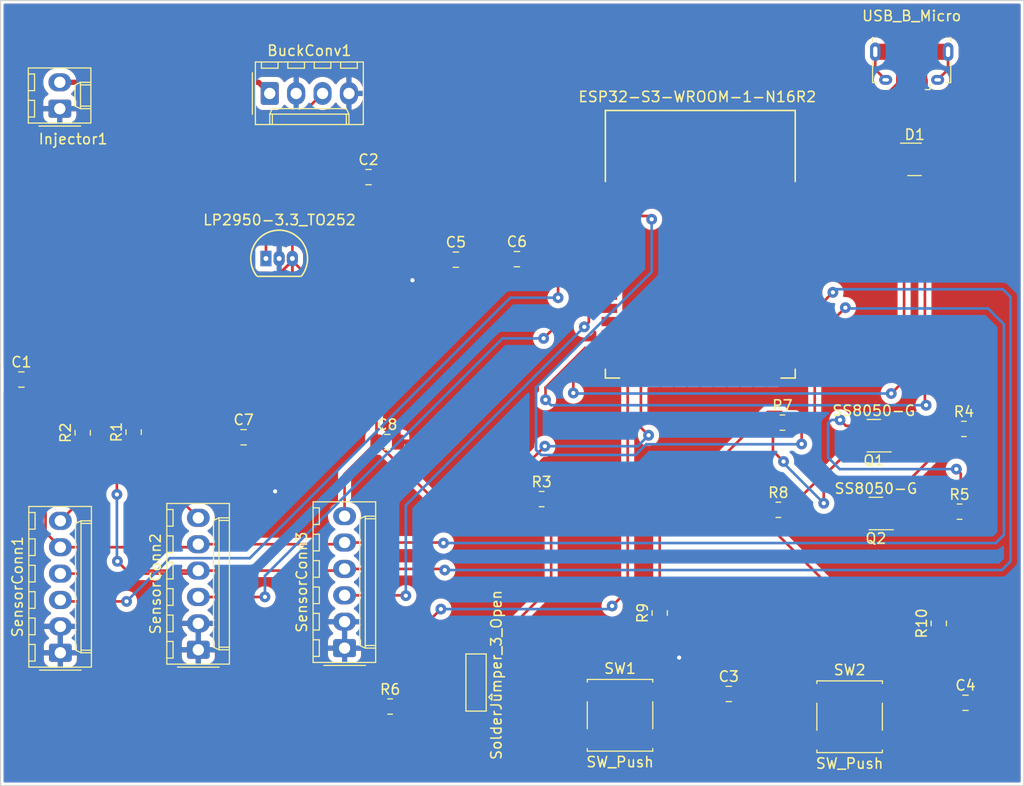
<source format=kicad_pcb>
(kicad_pcb (version 20221018) (generator pcbnew)
  (layers (0 "F.Cu" signal) (31 "B.Cu" signal) (34 "B.Paste" user) (35 "F.Paste" user) (36 "B.SilkS" user "B.Silkscreen") (37 "F.SilkS" user "F.Silkscreen") (38 "B.Mask" user) (39 "F.Mask" user) (44 "Edge.Cuts" user))
  (net 0 "")
  (net 1 "Net-(BuckConv1-Pin_1)")
  (net 2 "GND")
  (net 3 "Net-(BuckConv1-Pin_3)")
  (net 4 "/CHIP_PU")
  (net 5 "/GPIO0_STRAPPING")
  (net 6 "/D+")
  (net 7 "/D-")
  (net 8 "+5V")
  (net 10 "unconnected-(J1-Shield-Pad6)")
  (net 11 "Net-(JP1-C)")
  (net 12 "+3V3")
  (net 13 "Net-(Q1-B)")
  (net 14 "/RTS")
  (net 15 "Net-(Q1-C)")
  (net 16 "Net-(Q2-B)")
  (net 17 "/DTR")
  (net 18 "Net-(Q2-C)")
  (net 19 "/CAMERA_SCL")
  (net 20 "/CAMERA_SDA")
  (net 21 "/GPIO46_STRAPPING")
  (net 22 "/GPIO3_STRAPPING")
  (net 23 "/GPIO5")
  (net 24 "/GPIO6")
  (net 25 "/GPIO7")
  (net 26 "/VBAT_SENSE")
  (net 27 "/GPIO15")
  (net 28 "/GPIO16")
  (net 29 "/GPIO17")
  (net 30 "/GPIO18")
  (net 31 "/M1_FAULT")
  (net 32 "/M1_EN")
  (net 33 "/M1_PWM")
  (net 34 "/M1_DIR")
  (net 35 "/M2_FAULT")
  (net 36 "/M2_EN")
  (net 37 "/M2_PWM")
  (net 38 "/M2_DIR")
  (net 39 "/CAMERA_CS")
  (net 40 "/CAMERA_MOSI")
  (net 41 "/GPIO45_STRAPPING")
  (net 42 "/CAMERA_MISO")
  (net 43 "/CAMERA_SCK")
  (net 44 "/MTCK")
  (net 45 "/MTDO")
  (net 46 "/MTDI")
  (net 47 "/MTMS")
  (net 48 "/RX")
  (net 49 "/TX")
  (net 50 "/I_M_1")
  (net 51 "/I_M_2")
  (footprint "Capacitor_SMD:C_0805_2012Metric_Pad1.18x1.45mm_HandSolder" (layer "F.Cu") (at 131.548272 87.283591)
    (fp_text reference "C1" (at 0 -1.68) (layer "F.SilkS"))
    (fp_text value "0.0000001")
    (pad "1" smd roundrect (at -1.0375 0) (size 1.175 1.45) (layers "F.Cu" "F.Paste" "F.Mask") (roundrect_rratio 0.2127659574) (net 12 "+3V3"))
    (pad "2" smd roundrect (at 1.0375 0) (size 1.175 1.45) (layers "F.Cu" "F.Paste" "F.Mask") (roundrect_rratio 0.2127659574) (net 2 "GND"))
  )
  (footprint "Resistor_SMD:R_0805_2012Metric" (layer "F.Cu") (at 181.59423 98.791144)
    (fp_text reference "R3" (at 0 -1.65) (layer "F.SilkS"))
    (fp_text value "1k")
    (pad "1" smd roundrect (at -0.9125 0) (size 1.025 1.4) (layers "F.Cu" "F.Paste" "F.Mask") (roundrect_rratio 0.243902439) (net 21 "/GPIO46_STRAPPING"))
    (pad "2" smd roundrect (at 0.9125 0) (size 1.025 1.4) (layers "F.Cu" "F.Paste" "F.Mask") (roundrect_rratio 0.243902439) (net 12 "+3V3"))
  )
  (footprint "Capacitor_SMD:C_0805_2012Metric_Pad1.18x1.45mm_HandSolder" (layer "F.Cu") (at 166.741718 93.299958)
    (fp_text reference "C8" (at 0 -1.68) (layer "F.SilkS"))
    (fp_text value "0.0000001")
    (pad "1" smd roundrect (at -1.0375 0) (size 1.175 1.45) (layers "F.Cu" "F.Paste" "F.Mask") (roundrect_rratio 0.2127659574) (net 12 "+3V3"))
    (pad "2" smd roundrect (at 1.0375 0) (size 1.175 1.45) (layers "F.Cu" "F.Paste" "F.Mask") (roundrect_rratio 0.2127659574) (net 2 "GND"))
  )
  (footprint "Connector_Molex:Molex_KK-254_AE-6410-06A_1x06_P2.54mm_Vertical" (layer "F.Cu") (at 162.635669 113.132694 90)
    (fp_text reference "SensorConn3" (at 6.35 -4.12 90) (layer "F.SilkS"))
    (fp_text value "Conn_01x06")
    (pad "1" thru_hole roundrect (at 0 0 90) (size 1.74 2.19) (drill 1.0922) (layers "*.Cu" "*.Mask") (roundrect_rratio 0.1436781609) (net 2 "GND"))
    (pad "2" thru_hole oval (at 2.54 0 90) (size 1.74 2.19) (drill 1.0922) (layers "*.Cu" "*.Mask") (net 2 "GND"))
    (pad "3" thru_hole oval (at 5.08 0 90) (size 1.74 2.19) (drill 1.0922) (layers "*.Cu" "*.Mask") (net 25 "/GPIO7"))
    (pad "4" thru_hole oval (at 7.62 0 90) (size 1.74 2.19) (drill 1.0922) (layers "*.Cu" "*.Mask") (net 19 "/CAMERA_SCL"))
    (pad "5" thru_hole oval (at 10.16 0 90) (size 1.74 2.19) (drill 1.0922) (layers "*.Cu" "*.Mask") (net 20 "/CAMERA_SDA"))
    (pad "6" thru_hole oval (at 12.7 0 90) (size 1.74 2.19) (drill 1.0922) (layers "*.Cu" "*.Mask") (net 12 "+3V3"))
  )
  (footprint "Jumper:SolderJumper-3_P2.0mm_Open_TrianglePad1.0x1.5mm" (layer "F.Cu") (at 175.307661 116.446908 90)
    (fp_text reference "JP1" hide)
    (fp_text value "SolderJumper_3_Open" (at 0.725 1.925 90) (layer "F.SilkS"))
    (pad "1" smd custom (at -2 0 90) (size 0.3 0.3) (layers "F.Cu" "F.Mask") (net 2 "GND") (options (clearance outline) (anchor rect)) (primitives (gr_poly (pts (xy 1 0) (xy 0.5 0.75) (xy -0.5 0.75) (xy -0.5 -0.75) (xy 0.5 -0.75)) (width 0) (fill yes))))
    (pad "2" smd custom (at 0 0 90) (size 0.3 0.3) (layers "F.Cu") (net 11 "Net-(JP1-C)") (options (clearance outline) (anchor rect)) (primitives (gr_poly (pts (xy 0.7 0) (xy 1.2 0.75) (xy -1.2 0.75) (xy -0.7 0) (xy -1.2 -0.75) (xy 1.2 -0.75)) (width 0) (fill yes))))
    (pad "3" smd custom (at 2 0 270) (size 0.3 0.3) (layers "F.Cu" "F.Mask") (net 12 "+3V3") (options (clearance outline) (anchor rect)) (primitives (gr_poly (pts (xy 1 0) (xy 0.5 0.75) (xy -0.5 0.75) (xy -0.5 -0.75) (xy 0.5 -0.75)) (width 0) (fill yes))))
  )
  (footprint "Resistor_SMD:R_0805_2012Metric" (layer "F.Cu") (at 204.362983 99.824586)
    (fp_text reference "R8" (at 0 -1.65) (layer "F.SilkS"))
    (fp_text value "10k")
    (pad "1" smd roundrect (at -0.9125 0) (size 1.025 1.4) (layers "F.Cu" "F.Paste" "F.Mask") (roundrect_rratio 0.243902439) (net 18 "Net-(Q2-C)"))
    (pad "2" smd roundrect (at 0.9125 0) (size 1.025 1.4) (layers "F.Cu" "F.Paste" "F.Mask") (roundrect_rratio 0.243902439) (net 5 "/GPIO0_STRAPPING"))
  )
  (footprint "Jason's esp32:ESP32-S3-WROOM-1_EXP" (layer "F.Cu") (at 196.853565 74.260685)
    (fp_text reference "U1" hide)
    (fp_text value "ESP32-S3-WROOM-1-N16R2" (at -0.2891 -14.188408 unlocked) (layer "F.SilkS"))
    (pad "1" smd rect (at -8.75 -5.26) (size 1.4986 0.889) (layers "F.Cu" "F.Paste" "F.Mask") (net 2 "GND"))
    (pad "2" smd rect (at -8.75 -3.99) (size 1.4986 0.889) (layers "F.Cu" "F.Paste" "F.Mask") (net 12 "+3V3"))
    (pad "3" smd rect (at -8.75 -2.72) (size 1.4986 0.889) (layers "F.Cu" "F.Paste" "F.Mask") (net 4 "/CHIP_PU"))
    (pad "4" smd rect (at -8.75 -1.45) (size 1.4986 0.889) (layers "F.Cu" "F.Paste" "F.Mask") (net 26 "/VBAT_SENSE"))
    (pad "5" smd rect (at -8.75 -0.18) (size 1.4986 0.889) (layers "F.Cu" "F.Paste" "F.Mask") (net 23 "/GPIO5"))
    (pad "6" smd rect (at -8.75 1.09) (size 1.4986 0.889) (layers "F.Cu" "F.Paste" "F.Mask") (net 24 "/GPIO6"))
    (pad "7" smd rect (at -8.75 2.36) (size 1.4986 0.889) (layers "F.Cu" "F.Paste" "F.Mask") (net 25 "/GPIO7"))
    (pad "8" smd rect (at -8.75 3.63) (size 1.4986 0.889) (layers "F.Cu" "F.Paste" "F.Mask") (net 27 "/GPIO15"))
    (pad "9" smd rect (at -8.75 4.9) (size 1.4986 0.889) (layers "F.Cu" "F.Paste" "F.Mask") (net 28 "/GPIO16"))
    (pad "10" smd rect (at -8.75 6.17) (size 1.4986 0.889) (layers "F.Cu" "F.Paste" "F.Mask") (net 29 "/GPIO17"))
    (pad "11" smd rect (at -8.75 7.44) (size 1.4986 0.889) (layers "F.Cu" "F.Paste" "F.Mask") (net 30 "/GPIO18"))
    (pad "12" smd rect (at -8.75 8.71) (size 1.4986 0.889) (layers "F.Cu" "F.Paste" "F.Mask") (net 31 "/M1_FAULT"))
    (pad "13" smd rect (at -8.75 9.98) (size 1.4986 0.889) (layers "F.Cu" "F.Paste" "F.Mask") (net 7 "/D-"))
    (pad "14" smd rect (at -8.75 11.25) (size 1.4986 0.889) (layers "F.Cu" "F.Paste" "F.Mask") (net 6 "/D+"))
    (pad "15" smd rect (at -6.985 12.5 90) (size 1.4986 0.889) (layers "F.Cu" "F.Paste" "F.Mask") (net 22 "/GPIO3_STRAPPING"))
    (pad "16" smd rect (at -5.715 12.5 90) (size 1.4986 0.889) (layers "F.Cu" "F.Paste" "F.Mask") (net 21 "/GPIO46_STRAPPING"))
    (pad "17" smd rect (at -4.445 12.5 90) (size 1.4986 0.889) (layers "F.Cu" "F.Paste" "F.Mask") (net 32 "/M1_EN"))
    (pad "18" smd rect (at -3.175 12.5 90) (size 1.4986 0.889) (layers "F.Cu" "F.Paste" "F.Mask") (net 33 "/M1_PWM"))
    (pad "19" smd rect (at -1.905 12.5 90) (size 1.4986 0.889) (layers "F.Cu" "F.Paste" "F.Mask") (net 34 "/M1_DIR"))
    (pad "20" smd rect (at -0.635 12.5 90) (size 1.4986 0.889) (layers "F.Cu" "F.Paste" "F.Mask") (net 35 "/M2_FAULT"))
    (pad "21" smd rect (at 0.635 12.5 90) (size 1.4986 0.889) (layers "F.Cu" "F.Paste" "F.Mask") (net 36 "/M2_EN"))
    (pad "22" smd rect (at 1.905 12.5 90) (size 1.4986 0.889) (layers "F.Cu" "F.Paste" "F.Mask") (net 37 "/M2_PWM"))
    (pad "23" smd rect (at 3.175 12.5 90) (size 1.4986 0.889) (layers "F.Cu" "F.Paste" "F.Mask") (net 38 "/M2_DIR"))
    (pad "24" smd rect (at 4.445 12.5 90) (size 1.4986 0.889) (layers "F.Cu" "F.Paste" "F.Mask") (net 39 "/CAMERA_CS"))
    (pad "25" smd rect (at 5.715 12.5 90) (size 1.4986 0.889) (layers "F.Cu" "F.Paste" "F.Mask") (net 40 "/CAMERA_MOSI"))
    (pad "26" smd rect (at 6.985 12.5 90) (size 1.4986 0.889) (layers "F.Cu" "F.Paste" "F.Mask") (net 41 "/GPIO45_STRAPPING"))
    (pad "27" smd rect (at 8.75 11.25) (size 1.4986 0.889) (layers "F.Cu" "F.Paste" "F.Mask") (net 5 "/GPIO0_STRAPPING"))
    (pad "28" smd rect (at 8.75 9.98) (size 1.4986 0.889) (layers "F.Cu" "F.Paste" "F.Mask") (net 42 "/CAMERA_MISO"))
    (pad "29" smd rect (at 8.75 8.71) (size 1.4986 0.889) (layers "F.Cu" "F.Paste" "F.Mask") (net 43 "/CAMERA_SCK"))
    (pad "30" smd rect (at 8.75 7.44) (size 1.4986 0.889) (layers "F.Cu" "F.Paste" "F.Mask") (net 20 "/CAMERA_SDA"))
    (pad "31" smd rect (at 8.75 6.17) (size 1.4986 0.889) (layers "F.Cu" "F.Paste" "F.Mask") (net 19 "/CAMERA_SCL"))
    (pad "32" smd rect (at 8.75 4.9) (size 1.4986 0.889) (layers "F.Cu" "F.Paste" "F.Mask") (net 44 "/MTCK"))
    (pad "33" smd rect (at 8.75 3.63) (size 1.4986 0.889) (layers "F.Cu" "F.Paste" "F.Mask") (net 45 "/MTDO"))
    (pad "34" smd rect (at 8.75 2.36) (size 1.4986 0.889) (layers "F.Cu" "F.Paste" "F.Mask") (net 46 "/MTDI"))
    (pad "35" smd rect (at 8.75 1.09) (size 1.4986 0.889) (layers "F.Cu" "F.Paste" "F.Mask") (net 47 "/MTMS"))
    (pad "36" smd rect (at 8.75 -0.18) (size 1.4986 0.889) (layers "F.Cu" "F.Paste" "F.Mask") (net 48 "/RX"))
    (pad "37" smd rect (at 8.75 -1.45) (size 1.4986 0.889) (layers "F.Cu" "F.Paste" "F.Mask") (net 49 "/TX"))
    (pad "38" smd rect (at 8.75 -2.72) (size 1.4986 0.889) (layers "F.Cu" "F.Paste" "F.Mask") (net 50 "/I_M_1"))
    (pad "39" smd rect (at 8.75 -3.99) (size 1.4986 0.889) (layers "F.Cu" "F.Paste" "F.Mask") (net 51 "/I_M_2"))
    (pad "40" smd rect (at 8.75 -5.26) (size 1.4986 0.889) (layers "F.Cu" "F.Paste" "F.Mask") (net 2 "GND"))
    (pad "41" smd rect (at -1.25 2.46) (size 0.889 0.889) (layers "F.Cu" "F.Paste" "F.Mask") (net 2 "GND"))
    (pad "42" smd rect (at -1.25 1.06) (size 0.889 0.889) (layers "F.Cu" "F.Paste" "F.Mask") (net 2 "GND"))
    (pad "43" smd rect (at -2.65 1.06) (size 0.889 0.889) (layers "F.Cu" "F.Paste" "F.Mask") (net 2 "GND"))
    (pad "44" smd rect (at -2.65 2.46) (size 0.889 0.889) (layers "F.Cu" "F.Paste" "F.Mask") (net 2 "GND"))
    (pad "45" smd rect (at -2.65 3.86) (size 0.889 0.889) (layers "F.Cu" "F.Paste" "F.Mask") (net 2 "GND"))
    (pad "46" smd rect (at -1.25 3.86) (size 0.889 0.889) (layers "F.Cu" "F.Paste" "F.Mask") (net 2 "GND"))
    (pad "47" smd rect (at 0.15 3.86) (size 0.889 0.889) (layers "F.Cu" "F.Paste" "F.Mask") (net 2 "GND"))
    (pad "48" smd rect (at 0.15 2.46) (size 0.889 0.889) (layers "F.Cu" "F.Paste" "F.Mask") (net 2 "GND"))
    (pad "49" smd rect (at 0.15 1.06) (size 0.889 0.889) (layers "F.Cu" "F.Paste" "F.Mask") (net 2 "GND"))
  )
  (footprint "Resistor_SMD:R_0805_2012Metric" (layer "F.Cu") (at 167.018548 118.756792)
    (fp_text reference "R6" (at 0 -1.65) (layer "F.SilkS"))
    (fp_text value "1k")
    (pad "1" smd roundrect (at -0.9125 0) (size 1.025 1.4) (layers "F.Cu" "F.Paste" "F.Mask") (roundrect_rratio 0.243902439) (net 22 "/GPIO3_STRAPPING"))
    (pad "2" smd roundrect (at 0.9125 0) (size 1.025 1.4) (layers "F.Cu" "F.Paste" "F.Mask") (roundrect_rratio 0.243902439) (net 11 "Net-(JP1-C)"))
  )
  (footprint "Capacitor_SMD:C_0805_2012Metric" (layer "F.Cu") (at 222.363378 118.396298)
    (fp_text reference "C4" (at 0 -1.68) (layer "F.SilkS"))
    (fp_text value "1u")
    (pad "1" smd roundrect (at -0.95 0) (size 1 1.45) (layers "F.Cu" "F.Paste" "F.Mask") (net 5 "/GPIO0_STRAPPING"))
    (pad "2" smd roundrect (at 0.95 0) (size 1 1.45) (layers "F.Cu" "F.Paste" "F.Mask") (net 2 "GND"))
  )
  (footprint "Capacitor_SMD:C_0805_2012Metric_Pad1.18x1.45mm_HandSolder" (layer "F.Cu") (at 152.926987 92.840046)
    (fp_text reference "C7" (at 0 -1.68) (layer "F.SilkS"))
    (fp_text value "0.0000001")
    (pad "1" smd roundrect (at -1.0375 0) (size 1.175 1.45) (layers "F.Cu" "F.Paste" "F.Mask") (roundrect_rratio 0.2127659574) (net 12 "+3V3"))
    (pad "2" smd roundrect (at 1.0375 0) (size 1.175 1.45) (layers "F.Cu" "F.Paste" "F.Mask") (roundrect_rratio 0.2127659574) (net 2 "GND"))
  )
  (footprint "Connector_Molex:Molex_KK-254_AE-6410-02A_1x02_P2.54mm_Vertical" (layer "F.Cu") (at 135.243207 61.213213 90)
    (fp_text reference "Injector1" (at -2.921787 1.281793) (layer "F.SilkS"))
    (fp_text value "Conn_01x02" hide)
    (pad "1" thru_hole roundrect (at 0 0 90) (size 1.74 2.19) (drill 1.0922) (layers "*.Cu" "*.Mask") (roundrect_rratio 0.1436781609) (net 2 "GND"))
    (pad "2" thru_hole oval (at 2.54 0 90) (size 1.74 2.19) (drill 1.0922) (layers "*.Cu" "*.Mask") (net 1 "Net-(BuckConv1-Pin_1)"))
  )
  (footprint "Resistor_SMD:R_0805_2012Metric" (layer "F.Cu") (at 219.792338 110.754187 90)
    (fp_text reference "R10" (at 0 -1.65 90) (layer "F.SilkS"))
    (fp_text value "100k")
    (pad "1" smd roundrect (at -0.9125 0 90) (size 1.025 1.4) (layers "F.Cu" "F.Paste" "F.Mask") (roundrect_rratio 0.243902439) (net 12 "+3V3"))
    (pad "2" smd roundrect (at 0.9125 0 90) (size 1.025 1.4) (layers "F.Cu" "F.Paste" "F.Mask") (roundrect_rratio 0.243902439) (net 5 "/GPIO0_STRAPPING"))
  )
  (footprint "Resistor_SMD:R_0805_2012Metric_Pad1.20x1.40mm_HandSolder" (layer "F.Cu") (at 137.444333 92.407402 90)
    (fp_text reference "R2" (at 0 -1.65 90) (layer "F.SilkS"))
    (fp_text value "10000")
    (pad "1" smd roundrect (at -1 0 90) (size 1.2 1.4) (layers "F.Cu" "F.Paste" "F.Mask") (roundrect_rratio 0.2083333333) (net 12 "+3V3"))
    (pad "2" smd roundrect (at 1 0 90) (size 1.2 1.4) (layers "F.Cu" "F.Paste" "F.Mask") (roundrect_rratio 0.2083333333) (net 20 "/CAMERA_SDA"))
  )
  (footprint "Capacitor_SMD:C_0805_2012Metric" (layer "F.Cu") (at 179.211713 75.693899)
    (fp_text reference "C6" (at 0 -1.68) (layer "F.SilkS"))
    (fp_text value "100n")
    (pad "1" smd roundrect (at -0.95 0) (size 1 1.45) (layers "F.Cu" "F.Paste" "F.Mask") (net 12 "+3V3"))
    (pad "2" smd roundrect (at 0.95 0) (size 1 1.45) (layers "F.Cu" "F.Paste" "F.Mask") (net 2 "GND"))
  )
  (footprint "Resistor_SMD:R_0805_2012Metric" (layer "F.Cu") (at 204.751348 91.427388)
    (fp_text reference "R7" (at 0 -1.65) (layer "F.SilkS"))
    (fp_text value "10k")
    (pad "1" smd roundrect (at -0.9125 0) (size 1.025 1.4) (layers "F.Cu" "F.Paste" "F.Mask") (roundrect_rratio 0.243902439) (net 15 "Net-(Q1-C)"))
    (pad "2" smd roundrect (at 0.9125 0) (size 1.025 1.4) (layers "F.Cu" "F.Paste" "F.Mask") (roundrect_rratio 0.243902439) (net 4 "/CHIP_PU"))
  )
  (footprint "Capacitor_SMD:C_0805_2012Metric" (layer "F.Cu") (at 199.592564 117.548376)
    (fp_text reference "C3" (at 0 -1.68) (layer "F.SilkS"))
    (fp_text value "1u")
    (pad "1" smd roundrect (at -0.95 0) (size 1 1.45) (layers "F.Cu" "F.Paste" "F.Mask") (net 4 "/CHIP_PU"))
    (pad "2" smd roundrect (at 0.95 0) (size 1 1.45) (layers "F.Cu" "F.Paste" "F.Mask") (net 2 "GND"))
  )
  (footprint "Button_Switch_SMD:SW_SPST_B3S-1000" (layer "F.Cu") (at 189.132122 119.600226)
    (fp_text reference "SW1" (at 0 -4.5) (layer "F.SilkS"))
    (fp_text value "SW_Push" (at 0 4.5) (layer "F.SilkS"))
    (pad "1" smd rect (at -3.975 -2.25) (size 1.55 1.3) (layers "F.Cu" "F.Paste" "F.Mask") (net 2 "GND"))
    (pad "1" smd rect (at 3.975 -2.25) (size 1.55 1.3) (layers "F.Cu" "F.Paste" "F.Mask") (net 2 "GND"))
    (pad "2" smd rect (at -3.975 2.25) (size 1.55 1.3) (layers "F.Cu" "F.Paste" "F.Mask") (net 4 "/CHIP_PU"))
    (pad "2" smd rect (at 3.975 2.25) (size 1.55 1.3) (layers "F.Cu" "F.Paste" "F.Mask") (net 4 "/CHIP_PU"))
  )
  (footprint "Capacitor_SMD:C_0805_2012Metric_Pad1.18x1.45mm_HandSolder" (layer "F.Cu") (at 164.938429 67.798738)
    (fp_text reference "C2" (at 0 -1.68) (layer "F.SilkS"))
    (fp_text value "0.0000001")
    (pad "1" smd roundrect (at -1.0375 0) (size 1.175 1.45) (layers "F.Cu" "F.Paste" "F.Mask") (roundrect_rratio 0.2127659574) (net 12 "+3V3"))
    (pad "2" smd roundrect (at 1.0375 0) (size 1.175 1.45) (layers "F.Cu" "F.Paste" "F.Mask") (roundrect_rratio 0.2127659574) (net 2 "GND"))
  )
  (footprint "Connector_Molex:Molex_KK-254_AE-6410-06A_1x06_P2.54mm_Vertical" (layer "F.Cu") (at 135.293817 113.58196 90)
    (fp_text reference "SensorConn1" (at 6.35 -4.12 90) (layer "F.SilkS"))
    (fp_text value "Conn_01x06")
    (pad "1" thru_hole roundrect (at 0 0 90) (size 1.74 2.19) (drill 1.0922) (layers "*.Cu" "*.Mask") (roundrect_rratio 0.1436781609) (net 2 "GND"))
    (pad "2" thru_hole oval (at 2.54 0 90) (size 1.74 2.19) (drill 1.0922) (layers "*.Cu" "*.Mask") (net 2 "GND"))
    (pad "3" thru_hole oval (at 5.08 0 90) (size 1.74 2.19) (drill 1.0922) (layers "*.Cu" "*.Mask") (net 23 "/GPIO5"))
    (pad "4" thru_hole oval (at 7.62 0 90) (size 1.74 2.19) (drill 1.0922) (layers "*.Cu" "*.Mask") (net 19 "/CAMERA_SCL"))
    (pad "5" thru_hole oval (at 10.16 0 90) (size 1.74 2.19) (drill 1.0922) (layers "*.Cu" "*.Mask") (net 20 "/CAMERA_SDA"))
    (pad "6" thru_hole oval (at 12.7 0 90) (size 1.74 2.19) (drill 1.0922) (layers "*.Cu" "*.Mask") (net 12 "+3V3"))
  )
  (footprint "Button_Switch_SMD:SW_SPST_B3S-1000" (layer "F.Cu") (at 211.217576 119.739609)
    (fp_text reference "SW2" (at 0 -4.5) (layer "F.SilkS"))
    (fp_text value "SW_Push" (at 0 4.5) (layer "F.SilkS"))
    (pad "1" smd rect (at -3.975 -2.25) (size 1.55 1.3) (layers "F.Cu" "F.Paste" "F.Mask") (net 2 "GND"))
    (pad "1" smd rect (at 3.975 -2.25) (size 1.55 1.3) (layers "F.Cu" "F.Paste" "F.Mask") (net 2 "GND"))
    (pad "2" smd rect (at -3.975 2.25) (size 1.55 1.3) (layers "F.Cu" "F.Paste" "F.Mask") (net 5 "/GPIO0_STRAPPING"))
    (pad "2" smd rect (at 3.975 2.25) (size 1.55 1.3) (layers "F.Cu" "F.Paste" "F.Mask") (net 5 "/GPIO0_STRAPPING"))
  )
  (footprint "Connector_Molex:Molex_KK-254_AE-6410-06A_1x06_P2.54mm_Vertical" (layer "F.Cu") (at 148.566087 113.294023 90)
    (fp_text reference "SensorConn2" (at 6.35 -4.12 90) (layer "F.SilkS"))
    (fp_text value "Conn_01x06")
    (pad "1" thru_hole roundrect (at 0 0 90) (size 1.74 2.19) (drill 1.0922) (layers "*.Cu" "*.Mask") (roundrect_rratio 0.1436781609) (net 2 "GND"))
    (pad "2" thru_hole oval (at 2.54 0 90) (size 1.74 2.19) (drill 1.0922) (layers "*.Cu" "*.Mask") (net 2 "GND"))
    (pad "3" thru_hole oval (at 5.08 0 90) (size 1.74 2.19) (drill 1.0922) (layers "*.Cu" "*.Mask") (net 24 "/GPIO6"))
    (pad "4" thru_hole oval (at 7.62 0 90) (size 1.74 2.19) (drill 1.0922) (layers "*.Cu" "*.Mask") (net 19 "/CAMERA_SCL"))
    (pad "5" thru_hole oval (at 10.16 0 90) (size 1.74 2.19) (drill 1.0922) (layers "*.Cu" "*.Mask") (net 20 "/CAMERA_SDA"))
    (pad "6" thru_hole oval (at 12.7 0 90) (size 1.74 2.19) (drill 1.0922) (layers "*.Cu" "*.Mask") (net 12 "+3V3"))
  )
  (footprint "Resistor_SMD:R_0805_2012Metric_Pad1.20x1.40mm_HandSolder" (layer "F.Cu") (at 142.345478 92.344945 90)
    (fp_text reference "R1" (at 0 -1.65 90) (layer "F.SilkS"))
    (fp_text value "10000")
    (pad "1" smd roundrect (at -1 0 90) (size 1.2 1.4) (layers "F.Cu" "F.Paste" "F.Mask") (roundrect_rratio 0.2083333333) (net 12 "+3V3"))
    (pad "2" smd roundrect (at 1 0 90) (size 1.2 1.4) (layers "F.Cu" "F.Paste" "F.Mask") (roundrect_rratio 0.2083333333) (net 19 "/CAMERA_SCL"))
  )
  (footprint "Connector_Molex:Molex_KK-254_AE-6410-04A_1x04_P2.54mm_Vertical" (layer "F.Cu") (at 155.4366 59.745523)
    (fp_text reference "BuckConv1" (at 3.81 -4.12) (layer "F.SilkS"))
    (fp_text value "Conn_01x04" hide)
    (pad "1" thru_hole roundrect (at 0 0) (size 1.74 2.19) (drill 1.0922) (layers "*.Cu" "*.Mask") (roundrect_rratio 0.1436781609) (net 1 "Net-(BuckConv1-Pin_1)"))
    (pad "2" thru_hole oval (at 2.54 0) (size 1.74 2.19) (drill 1.0922) (layers "*.Cu" "*.Mask") (net 2 "GND"))
    (pad "3" thru_hole oval (at 5.08 0) (size 1.74 2.19) (drill 1.0922) (layers "*.Cu" "*.Mask") (net 3 "Net-(BuckConv1-Pin_3)"))
    (pad "4" thru_hole oval (at 7.62 0) (size 1.74 2.19) (drill 1.0922) (layers "*.Cu" "*.Mask") (net 2 "GND"))
  )
  (footprint "Package_TO_SOT_SMD:SOT-143" (layer "F.Cu") (at 217.458507 66.089588)
    (fp_text reference "D1" (at 0.02 -2.38) (layer "F.SilkS"))
    (fp_text value "SP0503BAHT")
    (pad "1" smd rect (at -1 -0.75) (size 0.7 1) (layers "F.Cu" "F.Paste" "F.Mask") (net 2 "GND"))
    (pad "2" smd rect (at -1 0.95) (size 0.7 0.6) (layers "F.Cu" "F.Paste" "F.Mask") (net 6 "/D+"))
    (pad "3" smd rect (at 1 0.95) (size 0.7 0.6) (layers "F.Cu" "F.Paste" "F.Mask") (net 7 "/D-"))
    (pad "4" smd rect (at 1 -0.95) (size 0.7 0.6) (layers "F.Cu" "F.Paste" "F.Mask") (net 8 "+5V"))
  )
  (footprint "LP:LP3_TEX" (layer "F.Cu") (at 155.07283 75.637066)
    (fp_text reference "U4" hide)
    (fp_text value "LP2950-3.3_TO252" (at 1.300992 -3.7108 unlocked) (layer "F.SilkS"))
    (pad "1" thru_hole rect (at 0 0) (size 1.07 1.5) (drill 0.4699) (layers "*.Cu" "*.Mask") (net 3 "Net-(BuckConv1-Pin_3)"))
    (pad "2" thru_hole oval (at 1.27 0) (size 1.07 1.5) (drill 0.4699) (layers "*.Cu" "*.Mask") (net 2 "GND"))
    (pad "3" thru_hole oval (at 2.54 0) (size 1.07 1.5) (drill 0.4699) (layers "*.Cu" "*.Mask") (net 12 "+3V3"))
  )
  (footprint "Connector_USB:USB_Micro-B_Amphenol_10118194_Horizontal" (layer "F.Cu") (at 217.185347 57.034667 180)
    (fp_text reference "J1" hide)
    (fp_text value "USB_B_Micro" (at 0 4.75) (layer "F.SilkS"))
    (pad "1" smd rect (at -1.3 -1.4 180) (size 0.4 1.35) (layers "F.Cu" "F.Paste" "F.Mask") (net 8 "+5V"))
    (pad "2" smd rect (at -0.65 -1.4 180) (size 0.4 1.35) (layers "F.Cu" "F.Paste" "F.Mask") (net 7 "/D-"))
    (pad "3" smd rect (at 0 -1.4 180) (size 0.4 1.35) (layers "F.Cu" "F.Paste" "F.Mask") (net 6 "/D+"))
    (pad "4" smd rect (at 0.65 -1.4 180) (size 0.4 1.35) (layers "F.Cu" "F.Paste" "F.Mask"))
    (pad "5" smd rect (at 1.3 -1.4 180) (size 0.4 1.35) (layers "F.Cu" "F.Paste" "F.Mask") (net 2 "GND"))
    (pad "6" thru_hole oval (at -3.5 1.3 180) (size 1.016 1.778) (drill oval 0.4064 1.016) (layers "*.Cu" "*.Mask") (net 10 "unconnected-(J1-Shield-Pad6)"))
    (pad "6" smd rect (at -2.9 1.3 180) (size 1.2 1.55) (layers "F.Cu" "F.Paste" "F.Mask") (net 10 "unconnected-(J1-Shield-Pad6)"))
    (pad "6" thru_hole oval (at -2.5 -1.4 180) (size 1.25 0.95) (drill oval 0.635 0.3302) (layers "*.Cu" "*.Mask") (net 10 "unconnected-(J1-Shield-Pad6)"))
    (pad "6" smd rect (at -1 1.3 180) (size 1.5 1.55) (layers "F.Cu" "F.Paste" "F.Mask") (net 10 "unconnected-(J1-Shield-Pad6)"))
    (pad "6" smd rect (at 1 1.3 180) (size 1.5 1.55) (layers "F.Cu" "F.Paste" "F.Mask") (net 10 "unconnected-(J1-Shield-Pad6)"))
    (pad "6" thru_hole oval (at 2.5 -1.4 180) (size 1.25 0.95) (drill oval 0.635 0.3302) (layers "*.Cu" "*.Mask") (net 10 "unconnected-(J1-Shield-Pad6)"))
    (pad "6" smd rect (at 2.9 1.3 180) (size 1.2 1.55) (layers "F.Cu" "F.Paste" "F.Mask") (net 10 "unconnected-(J1-Shield-Pad6)"))
    (pad "6" thru_hole oval (at 3.5 1.3 180) (size 1.016 1.778) (drill oval 0.4064 1.016) (layers "*.Cu" "*.Mask") (net 10 "unconnected-(J1-Shield-Pad6)"))
  )
  (footprint "Resistor_SMD:R_0805_2012Metric" (layer "F.Cu") (at 221.791621 99.999626)
    (fp_text reference "R5" (at 0 -1.65) (layer "F.SilkS"))
    (fp_text value "10k")
    (pad "1" smd roundrect (at -0.9125 0) (size 1.025 1.4) (layers "F.Cu" "F.Paste" "F.Mask") (roundrect_rratio 0.243902439) (net 14 "/RTS"))
    (pad "2" smd roundrect (at 0.9125 0) (size 1.025 1.4) (layers "F.Cu" "F.Paste" "F.Mask") (roundrect_rratio 0.243902439) (net 16 "Net-(Q2-B)"))
  )
  (footprint "Capacitor_SMD:C_0805_2012Metric" (layer "F.Cu") (at 173.340953 75.744509)
    (fp_text reference "C5" (at 0 -1.68) (layer "F.SilkS"))
    (fp_text value "10u")
    (pad "1" smd roundrect (at -0.95 0) (size 1 1.45) (layers "F.Cu" "F.Paste" "F.Mask") (net 12 "+3V3"))
    (pad "2" smd roundrect (at 0.95 0) (size 1 1.45) (layers "F.Cu" "F.Paste" "F.Mask") (net 2 "GND"))
  )
  (footprint "Resistor_SMD:R_0805_2012Metric" (layer "F.Cu") (at 222.211801 92.034708)
    (fp_text reference "R4" (at 0 -1.65) (layer "F.SilkS"))
    (fp_text value "10k")
    (pad "1" smd roundrect (at -0.9125 0) (size 1.025 1.4) (layers "F.Cu" "F.Paste" "F.Mask") (roundrect_rratio 0.243902439) (net 17 "/DTR"))
    (pad "2" smd roundrect (at 0.9125 0) (size 1.025 1.4) (layers "F.Cu" "F.Paste" "F.Mask") (roundrect_rratio 0.243902439) (net 13 "Net-(Q1-B)"))
  )
  (footprint "Resistor_SMD:R_0805_2012Metric" (layer "F.Cu") (at 192.949543 109.754435 90)
    (fp_text reference "R9" (at 0 -1.65 90) (layer "F.SilkS"))
    (fp_text value "100k")
    (pad "1" smd roundrect (at -0.9125 0 90) (size 1.025 1.4) (layers "F.Cu" "F.Paste" "F.Mask") (roundrect_rratio 0.243902439) (net 12 "+3V3"))
    (pad "2" smd roundrect (at 0.9125 0 90) (size 1.025 1.4) (layers "F.Cu" "F.Paste" "F.Mask") (roundrect_rratio 0.243902439) (net 4 "/CHIP_PU"))
  )
  (footprint "Package_TO_SOT_SMD:SOT-23" (layer "F.Cu") (at 213.542307 92.686414 180)
    (fp_text reference "Q1" (at 0 -2.4) (layer "F.SilkS"))
    (fp_text value "SS8050-G" (at 0 2.4) (layer "F.SilkS"))
    (pad "1" smd roundrect (at -0.9375 -0.95 180) (size 1.475 0.6) (layers "F.Cu" "F.Paste" "F.Mask") (net 13 "Net-(Q1-B)"))
    (pad "2" smd roundrect (at -0.9375 0.95 180) (size 1.475 0.6) (layers "F.Cu" "F.Paste" "F.Mask") (net 14 "/RTS"))
    (pad "3" smd roundrect (at 0.9375 0 180) (size 1.475 0.6) (layers "F.Cu" "F.Paste" "F.Mask") (net 15 "Net-(Q1-C)"))
  )
  (footprint "Package_TO_SOT_SMD:SOT-23" (layer "F.Cu") (at 213.744747 100.176695 180)
    (fp_text reference "Q2" (at 0 -2.4) (layer "F.SilkS"))
    (fp_text value "SS8050-G" (at 0 2.4) (layer "F.SilkS"))
    (pad "1" smd roundrect (at -0.9375 -0.95 180) (size 1.475 0.6) (layers "F.Cu" "F.Paste" "F.Mask") (net 16 "Net-(Q2-B)"))
    (pad "2" smd roundrect (at -0.9375 0.95 180) (size 1.475 0.6) (layers "F.Cu" "F.Paste" "F.Mask") (net 17 "/DTR"))
    (pad "3" smd roundrect (at 0.9375 0 180) (size 1.475 0.6) (layers "F.Cu" "F.Paste" "F.Mask") (net 18 "Net-(Q2-C)"))
  )
  (gr_rect (start 129.54 50.8) (end 227.965 126.365) (stroke (width 0.1)) (fill none) (layer "Edge.Cuts"))
  (segment (start 154.36429 58.673213) (end 155.4366 59.745523) (width 0.508) (layer "F.Cu") (net 1))
  (segment (start 135.243207 58.673213) (end 154.36429 58.673213) (width 0.508) (layer "F.Cu") (net 1))
  (segment (start 215.885347 58.434667) (end 215.885347 58.718903) (width 0.254) (layer "F.Cu") (net 2))
  (segment (start 215.885347 58.718903) (end 205.603565 69.000685) (width 0.254) (layer "F.Cu") (net 2))
  (via (at 169.164 77.724) (size 1.0414) (drill 0.4) (layers "F.Cu" "B.Cu") (net 2))
  (via (at 194.818 114.046) (size 1.0414) (drill 0.4) (layers "F.Cu" "B.Cu") (net 2))
  (via (at 155.956 98.044) (size 1.0414) (drill 0.4) (layers "F.Cu" "B.Cu") (net 2))
  (segment (start 160.5166 59.745523) (end 155.07283 65.189293) (width 0.254) (layer "F.Cu") (net 3))
  (segment (start 155.07283 65.189293) (end 155.07283 75.637066) (width 0.254) (layer "F.Cu") (net 3))
  (segment (start 205.663848 91.427388) (end 204.636848 90.400388) (width 0.254) (layer "F.Cu") (net 4))
  (segment (start 203.33042 90.400388) (end 192.949543 100.781265) (width 0.254) (layer "F.Cu") (net 4))
  (segment (start 192.949543 100.781265) (end 192.949543 108.841935) (width 0.254) (layer "F.Cu") (net 4))
  (segment (start 188.103565 71.540685) (end 191.859171 71.540685) (width 0.254) (layer "F.Cu") (net 4))
  (segment (start 204.636848 90.400388) (end 203.33042 90.400388) (width 0.254) (layer "F.Cu") (net 4))
  (segment (start 185.157122 121.850226) (end 193.107122 121.850226) (width 0.254) (layer "F.Cu") (net 4))
  (segment (start 198.642564 117.548376) (end 198.642564 114.534956) (width 0.254) (layer "F.Cu") (net 4))
  (segment (start 193.107122 121.850226) (end 194.340714 121.850226) (width 0.254) (layer "F.Cu") (net 4))
  (segment (start 198.642564 114.534956) (end 192.949543 108.841935) (width 0.254) (layer "F.Cu") (net 4))
  (segment (start 206.603408 93.4866) (end 206.603408 92.366948) (width 0.254) (layer "F.Cu") (net 4))
  (segment (start 191.859171 71.540685) (end 192.175044 71.856558) (width 0.254) (layer "F.Cu") (net 4))
  (segment (start 194.340714 121.850226) (end 198.642564 117.548376) (width 0.254) (layer "F.Cu") (net 4))
  (segment (start 206.603408 92.366948) (end 205.663848 91.427388) (width 0.254) (layer "F.Cu") (net 4))
  (via (at 206.603408 93.4866) (size 1.0414) (drill 0.4) (layers "F.Cu" "B.Cu") (net 4))
  (via (at 192.175044 71.856558) (size 1.0414) (drill 0.4) (layers "F.Cu" "B.Cu") (net 4))
  (segment (start 192.175044 76.932649) (end 181.053255 88.054438) (width 0.254) (layer "B.Cu") (net 4))
  (segment (start 206.578402 93.511606) (end 206.603408 93.4866) (width 0.254) (layer "B.Cu") (net 4))
  (segment (start 181.053255 88.054438) (end 181.053255 94.049287) (width 0.254) (layer "B.Cu") (net 4))
  (segment (start 181.549826 94.545858) (end 190.622389 94.545858) (width 0.254) (layer "B.Cu") (net 4))
  (segment (start 181.053255 94.049287) (end 181.549826 94.545858) (width 0.254) (layer "B.Cu") (net 4))
  (segment (start 191.656641 93.511606) (end 206.578402 93.511606) (width 0.254) (layer "B.Cu") (net 4))
  (segment (start 190.622389 94.545858) (end 191.656641 93.511606) (width 0.254) (layer "B.Cu") (net 4))
  (segment (start 192.175044 71.856558) (end 192.175044 76.932649) (width 0.254) (layer "B.Cu") (net 4))
  (segment (start 207.861832 97.238237) (end 207.861832 87.768952) (width 0.254) (layer "F.Cu") (net 5))
  (segment (start 202.610983 100.520514) (end 202.610983 99.128658) (width 0.254) (layer "F.Cu") (net 5))
  (segment (start 202.610983 99.128658) (end 202.942055 98.797586) (width 0.254) (layer "F.Cu") (net 5))
  (segment (start 205.275483 99.824586) (end 207.861832 97.238237) (width 0.254) (layer "F.Cu") (net 5))
  (segment (start 215.192576 121.989609) (end 217.820067 121.989609) (width 0.254) (layer "F.Cu") (net 5))
  (segment (start 204.248483 98.797586) (end 205.275483 99.824586) (width 0.254) (layer "F.Cu") (net 5))
  (segment (start 202.942055 98.797586) (end 204.248483 98.797586) (width 0.254) (layer "F.Cu") (net 5))
  (segment (start 211.932156 109.841687) (end 202.610983 100.520514) (width 0.254) (layer "F.Cu") (net 5))
  (segment (start 219.792338 109.841687) (end 211.932156 109.841687) (width 0.254) (layer "F.Cu") (net 5))
  (segment (start 221.413378 118.396298) (end 221.413378 111.462727) (width 0.254) (layer "F.Cu") (net 5))
  (segment (start 221.413378 111.462727) (end 219.792338 109.841687) (width 0.254) (layer "F.Cu") (net 5))
  (segment (start 207.861832 87.768952) (end 205.603565 85.510685) (width 0.254) (layer "F.Cu") (net 5))
  (segment (start 217.820067 121.989609) (end 221.413378 118.396298) (width 0.254) (layer "F.Cu") (net 5))
  (segment (start 207.242576 121.989609) (end 215.192576 121.989609) (width 0.254) (layer "F.Cu") (net 5))
  (segment (start 184.639752 86.877489) (end 186.006556 85.510685) (width 0.254) (layer "F.Cu") (net 6))
  (segment (start 184.639752 88.577885) (end 184.639752 86.877489) (width 0.254) (layer "F.Cu") (net 6))
  (segment (start 217.185347 58.434667) (end 217.185347 66.312748) (width 0.254) (layer "F.Cu") (net 6))
  (segment (start 217.185347 66.312748) (end 216.458507 67.039588) (width 0.254) (layer "F.Cu") (net 6))
  (segment (start 186.006556 85.510685) (end 188.103565 85.510685) (width 0.254) (layer "F.Cu") (net 6))
  (segment (start 216.458507 87.39127) (end 215.221881 88.627896) (width 0.254) (layer "F.Cu") (net 6))
  (segment (start 216.458507 67.039588) (end 216.458507 87.39127) (width 0.254) (layer "F.Cu") (net 6))
  (via (at 215.221881 88.627896) (size 1.0414) (drill 0.4) (layers "F.Cu" "B.Cu") (net 6))
  (via (at 184.639752 88.577885) (size 1.0414) (drill 0.4) (layers "F.Cu" "B.Cu") (net 6))
  (segment (start 184.689763 88.627896) (end 184.639752 88.577885) (width 0.254) (layer "B.Cu") (net 6))
  (segment (start 215.221881 88.627896) (end 184.689763 88.627896) (width 0.254) (layer "B.Cu") (net 6))
  (segment (start 217.835347 58.434667) (end 217.781507 58.488507) (width 0.254) (layer "F.Cu") (net 7))
  (segment (start 181.964129 88.052762) (end 185.776206 84.240685) (width 0.254) (layer "F.Cu") (net 7))
  (segment (start 217.781507 58.488507) (end 217.781507 66.362588) (width 0.254) (layer "F.Cu") (net 7))
  (segment (start 218.458507 67.039588) (end 218.458507 89.639004) (width 0.254) (layer "F.Cu") (net 7))
  (segment (start 217.781507 66.362588) (end 218.458507 67.039588) (width 0.254) (layer "F.Cu") (net 7))
  (segment (start 218.458507 89.639004) (end 218.572662 89.753159) (width 0.254) (layer "F.Cu") (net 7))
  (segment (start 185.776206 84.240685) (end 188.103565 84.240685) (width 0.254) (layer "F.Cu") (net 7))
  (segment (start 181.964129 89.228036) (end 181.964129 88.052762) (width 0.254) (layer "F.Cu") (net 7))
  (via (at 218.572662 89.753159) (size 1.0414) (drill 0.4) (layers "F.Cu" "B.Cu") (net 7))
  (via (at 181.964129 89.228036) (size 1.0414) (drill 0.4) (layers "F.Cu" "B.Cu") (net 7))
  (segment (start 218.572662 89.753159) (end 182.489252 89.753159) (width 0.254) (layer "B.Cu") (net 7))
  (segment (start 182.489252 89.753159) (end 181.964129 89.228036) (width 0.254) (layer "B.Cu") (net 7))
  (segment (start 218.489347 65.108748) (end 218.489347 58.434667) (width 0.508) (layer "F.Cu") (net 8))
  (segment (start 218.458507 65.139588) (end 218.489347 65.108748) (width 0.508) (layer "F.Cu") (net 8))
  (segment (start 216.185347 55.734667) (end 214.285347 55.734667) (width 0.254) (layer "F.Cu") (net 10))
  (segment (start 218.185347 55.734667) (end 216.185347 55.734667) (width 0.254) (layer "F.Cu") (net 10))
  (segment (start 213.685347 57.434667) (end 214.685347 58.434667) (width 0.254) (layer "F.Cu") (net 10))
  (segment (start 220.685347 55.734667) (end 220.685347 57.434667) (width 0.254) (layer "F.Cu") (net 10))
  (segment (start 213.685347 55.734667) (end 213.685347 57.434667) (width 0.254) (layer "F.Cu") (net 10))
  (segment (start 220.085347 55.734667) (end 218.185347 55.734667) (width 0.254) (layer "F.Cu") (net 10))
  (segment (start 220.685347 57.434667) (end 219.685347 58.434667) (width 0.254) (layer "F.Cu") (net 10))
  (segment (start 169.156479 118.756792) (end 171.466363 116.446908) (width 0.254) (layer "F.Cu") (net 11))
  (segment (start 167.931048 118.756792) (end 169.156479 118.756792) (width 0.254) (layer "F.Cu") (net 11))
  (segment (start 171.466363 116.446908) (end 175.307661 116.446908) (width 0.254) (layer "F.Cu") (net 11))
  (segment (start 183.684927 70.270685) (end 188.103565 70.270685) (width 0.254) (layer "F.Cu") (net 12))
  (segment (start 182.50673 98.791144) (end 181.47973 99.818144) (width 0.254) (layer "F.Cu") (net 12))
  (segment (start 181.47973 99.818144) (end 172.222404 99.818144) (width 0.254) (layer "F.Cu") (net 12))
  (segment (start 173.442953 74.692509) (end 177.260323 74.692509) (width 0.254) (layer "F.Cu") (net 12))
  (segment (start 182.50673 98.791144) (end 182.50673 107.247839) (width 0.254) (layer "F.Cu") (net 12))
  (segment (start 192.949543 111.850457) (end 190.353092 114.446908) (width 0.254) (layer "F.Cu") (net 12))
  (segment (start 157.61283 87.116703) (end 151.889487 92.840046) (width 0.254) (layer "F.Cu") (net 12))
  (segment (start 157.61283 74.086837) (end 163.900929 67.798738) (width 0.254) (layer "F.Cu") (net 12))
  (segment (start 157.61283 75.637066) (end 157.61283 75.852066) (width 0.254) (layer "F.Cu") (net 12))
  (segment (start 157.61283 75.852066) (end 145.129305 88.335591) (width 0.254) (layer "F.Cu") (net 12))
  (segment (start 157.61283 75.852066) (end 165.704218 83.943454) (width 0.254) (layer "F.Cu") (net 12))
  (segment (start 143.046951 90.417945) (end 140.43379 90.417945) (width 0.254) (layer "F.Cu") (net 12))
  (segment (start 182.50673 107.247839) (end 175.307661 114.446908) (width 0.254) (layer "F.Cu") (net 12))
  (segment (start 165.704218 83.943454) (end 165.704218 93.299958) (width 0.254) (layer "F.Cu") (net 12))
  (segment (start 157.61283 75.637066) (end 157.61283 74.086837) (width 0.254) (layer "F.Cu") (net 12))
  (segment (start 192.949543 111.849883) (end 192.949543 110.666935) (width 0.254) (layer "F.Cu") (net 12))
  (segment (start 140.43379 90.417945) (end 137.444333 93.407402) (width 0.254) (layer "F.Cu") (net 12))
  (segment (start 163.900929 67.798738) (end 171.8467 75.744509) (width 0.254) (layer "F.Cu") (net 12))
  (segment (start 137.444333 98.731444) (end 135.293817 100.88196) (width 0.254) (layer "F.Cu") (net 12))
  (segment (start 171.8467 75.744509) (end 172.390953 75.744509) (width 0.254) (layer "F.Cu") (net 12))
  (segment (start 172.390953 75.744509) (end 173.442953 74.692509) (width 0.254) (layer "F.Cu") (net 12))
  (segment (start 137.444333 93.407402) (end 137.444333 98.731444) (width 0.254) (layer "F.Cu") (net 12))
  (segment (start 131.562772 88.335591) (end 130.510772 87.283591) (width 0.254) (layer "F.Cu") (net 12))
  (segment (start 157.61283 78.077593) (end 142.345478 93.344945) (width 0.254) (layer "F.Cu") (net 12))
  (segment (start 192.949543 110.666935) (end 192.949543 111.850457) (width 0.254) (layer "F.Cu") (net 12))
  (segment (start 142.345478 94.373414) (end 148.566087 100.594023) (width 0.254) (layer "F.Cu") (net 12))
  (segment (start 190.353092 114.446908) (end 175.307661 114.446908) (width 0.254) (layer "F.Cu") (net 12))
  (segment (start 177.260323 74.692509) (end 178.261713 75.693899) (width 0.254) (layer "F.Cu") (net 12))
  (segment (start 194.911642 122.827226) (end 184.055122 122.827226) (width 0.254) (layer "F.Cu") (net 12))
  (segment (start 157.61283 75.637066) (end 157.61283 87.116703) (width 0.254) (layer "F.Cu") (net 12))
  (segment (start 199.469564 118.269304) (end 194.911642 122.827226) (width 0.254) (layer "F.Cu") (net 12))
  (segment (start 142.345478 93.344945) (end 142.345478 94.373414) (width 0.254) (layer "F.Cu") (net 12))
  (segment (start 157.61283 75.852066) (end 143.046951 90.417945) (width 0.254) (layer "F.Cu") (net 12))
  (segment (start 204.630325 111.666687) (end 199.469564 116.827448) (width 0.254) (layer "F.Cu") (net 12))
  (segment (start 145.129305 88.335591) (end 131.562772 88.335591) (width 0.254) (layer "F.Cu") (net 12))
  (segment (start 184.055122 122.827226) (end 184.055122 120.744304) (width 0.254) (layer "F.Cu") (net 12))
  (segment (start 157.61283 75.637066) (end 157.61283 78.077593) (width 0.254) (layer "F.Cu") (net 12))
  (segment (start 162.635669 96.368507) (end 165.704218 93.299958) (width 0.254) (layer "F.Cu") (net 12))
  (segment (start 199.469564 116.827448) (end 199.469564 118.269304) (width 0.254) (layer "F.Cu") (net 12))
  (segment (start 162.635669 100.432694) (end 162.635669 96.368507) (width 0.254) (layer "F.Cu") (net 12))
  (segment (start 219.792338 111.666687) (end 204.630325 111.666687) (width 0.254) (layer "F.Cu") (net 12))
  (segment (start 172.222404 99.818144) (end 165.704218 93.299958) (width 0.254) (layer "F.Cu") (net 12))
  (segment (start 184.055122 120.744304) (end 192.949543 111.849883) (width 0.254) (layer "F.Cu") (net 12))
  (segment (start 178.261713 75.693899) (end 183.684927 70.270685) (width 0.254) (layer "F.Cu") (net 12))
  (segment (start 217.108513 91.007708) (end 214.479807 93.636414) (width 0.254) (layer "F.Cu") (net 13))
  (segment (start 223.124301 92.034708) (end 222.097301 91.007708) (width 0.254) (layer "F.Cu") (net 13))
  (segment (start 222.097301 91.007708) (end 217.108513 91.007708) (width 0.254) (layer "F.Cu") (net 13))
  (segment (start 210.861991 91.736414) (end 214.479807 91.736414) (width 0.254) (layer "F.Cu") (net 14))
  (segment (start 210.295733 91.170156) (end 210.861991 91.736414) (width 0.254) (layer "F.Cu") (net 14))
  (segment (start 221.906121 96.32904) (end 221.481674 95.904593) (width 0.254) (layer "F.Cu") (net 14))
  (segment (start 220.879121 99.999626) (end 221.906121 98.972626) (width 0.254) (layer "F.Cu") (net 14))
  (segment (start 221.906121 98.972626) (end 221.906121 96.32904) (width 0.254) (layer "F.Cu") (net 14))
  (via (at 210.295733 91.170156) (size 1.0414) (drill 0.4) (layers "F.Cu" "B.Cu") (net 14))
  (via (at 221.481674 95.904593) (size 1.0414) (drill 0.4) (layers "F.Cu" "B.Cu") (net 14))
  (segment (start 209.478875 91.170156) (end 210.295733 91.170156) (width 0.254) (layer "B.Cu") (net 14))
  (segment (start 210.262392 95.904593) (end 209.145465 94.787666) (width 0.254) (layer "B.Cu") (net 14))
  (segment (start 209.145465 91.503566) (end 209.228817 91.420214) (width 0.254) (layer "B.Cu") (net 14))
  (segment (start 221.481674 95.904593) (end 210.262392 95.904593) (width 0.254) (layer "B.Cu") (net 14))
  (segment (start 209.228817 91.420214) (end 209.478875 91.170156) (width 0.254) (layer "B.Cu") (net 14))
  (segment (start 209.145465 94.787666) (end 209.145465 91.503566) (width 0.254) (layer "B.Cu") (net 14))
  (segment (start 208.728701 96.56252) (end 208.728701 99.188692) (width 0.254) (layer "F.Cu") (net 15))
  (segment (start 204.861133 95.171088) (end 203.838848 94.148803) (width 0.254) (layer "F.Cu") (net 15))
  (segment (start 212.604807 92.686414) (end 208.728701 96.56252) (width 0.254) (layer "F.Cu") (net 15))
  (segment (start 203.838848 94.148803) (end 203.838848 91.427388) (width 0.254) (layer "F.Cu") (net 15))
  (via (at 204.861133 95.171088) (size 1.0414) (drill 0.4) (layers "F.Cu" "B.Cu") (net 15))
  (via (at 208.728701 99.188692) (size 1.0414) (drill 0.4) (layers "F.Cu" "B.Cu") (net 15))
  (segment (start 204.861133 95.321124) (end 204.861133 95.171088) (width 0.254) (layer "B.Cu") (net 15))
  (segment (start 208.728701 99.188692) (end 204.861133 95.321124) (width 0.254) (layer "B.Cu") (net 15))
  (segment (start 222.704121 99.999626) (end 221.577052 101.126695) (width 0.254) (layer "F.Cu") (net 16))
  (segment (start 221.577052 101.126695) (end 214.682247 101.126695) (width 0.254) (layer "F.Cu") (net 16))
  (segment (start 221.299301 92.034708) (end 221.299301 92.609641) (width 0.254) (layer "F.Cu") (net 17))
  (segment (start 221.299301 92.609641) (end 214.682247 99.226695) (width 0.254) (layer "F.Cu") (net 17))
  (segment (start 212.807247 100.176695) (end 212.132356 100.851586) (width 0.254) (layer "F.Cu") (net 18))
  (segment (start 204.477483 100.851586) (end 203.450483 99.824586) (width 0.254) (layer "F.Cu") (net 18))
  (segment (start 212.132356 100.851586) (end 204.477483 100.851586) (width 0.254) (layer "F.Cu") (net 18))
  (segment (start 162.635669 105.512694) (end 172.166389 105.512694) (width 0.254) (layer "F.Cu") (net 19))
  (segment (start 148.27815 105.96196) (end 148.566087 105.674023) (width 0.254) (layer "F.Cu") (net 19))
  (segment (start 172.166389 105.512694) (end 172.273711 105.620016) (width 0.254) (layer "F.Cu") (net 19))
  (segment (start 135.293817 105.96196) (end 148.27815 105.96196) (width 0.254) (layer "F.Cu") (net 19))
  (segment (start 209.607414 78.888785) (end 208.065514 80.430685) (width 0.254) (layer "F.Cu") (net 19))
  (segment (start 141.681149 105.674023) (end 148.566087 105.674023) (width 0.254) (layer "F.Cu") (net 19))
  (segment (start 148.566087 105.674023) (end 162.47434 105.674023) (width 0.254) (layer "F.Cu") (net 19))
  (segment (start 140.735008 92.955415) (end 140.735008 98.343061) (width 0.254) (layer "F.Cu") (net 19))
  (segment (start 142.345478 91.344945) (end 140.735008 92.955415) (width 0.254) (layer "F.Cu") (net 19))
  (segment (start 140.78502 104.777894) (end 141.681149 105.674023) (width 0.254) (layer "F.Cu") (net 19))
  (segment (start 162.47434 105.674023) (end 162.635669 105.512694) (width 0.254) (layer "F.Cu") (net 19))
  (segment (start 208.065514 80.430685) (end 205.603565 80.430685) (width 0.254) (layer "F.Cu") (net 19))
  (via (at 140.78502 104.777894) (size 1.0414) (drill 0.4) (layers "F.Cu" "B.Cu") (net 19))
  (via (at 209.607414 78.888785) (size 1.0414) (drill 0.4) (layers "F.Cu" "B.Cu") (net 19))
  (via (at 172.273711 105.620016) (size 1.0414) (drill 0.4) (layers "F.Cu" "B.Cu") (net 19))
  (via (at 140.735008 98.343061) (size 1.0414) (drill 0.4) (layers "F.Cu" "B.Cu") (net 19))
  (segment (start 226.695 79.322488) (end 225.961227 78.588715) (width 0.254) (layer "B.Cu") (net 19))
  (segment (start 226.695 104.786219) (end 226.695 79.322488) (width 0.254) (layer "B.Cu") (net 19))
  (segment (start 172.273711 105.620016) (end 225.861203 105.620016) (width 0.254) (layer "B.Cu") (net 19))
  (segment (start 225.961227 78.588715) (end 209.907484 78.588715) (width 0.254) (layer "B.Cu") (net 19))
  (segment (start 140.735008 98.343061) (end 140.735008 104.727882) (width 0.254) (layer "B.Cu") (net 19))
  (segment (start 225.861203 105.620016) (end 226.695 104.786219) (width 0.254) (layer "B.Cu") (net 19))
  (segment (start 140.735008 104.727882) (end 140.78502 104.777894) (width 0.254) (layer "B.Cu") (net 19))
  (segment (start 209.907484 78.588715) (end 209.607414 78.888785) (width 0.254) (layer "B.Cu") (net 19))
  (segment (start 133.871817 101.99996) (end 135.293817 103.42196) (width 0.254) (layer "F.Cu") (net 20))
  (segment (start 133.871817 94.979918) (end 133.871817 101.99996) (width 0.254) (layer "F.Cu") (net 20))
  (segment (start 162.47434 103.134023) (end 162.635669 102.972694) (width 0.254) (layer "F.Cu") (net 20))
  (segment (start 162.635669 102.972694) (end 172.101966 102.972694) (width 0.254) (layer "F.Cu") (net 20))
  (segment (start 137.444333 91.407402) (end 133.871817 94.979918) (width 0.254) (layer "F.Cu") (net 20))
  (segment (start 148.27815 103.42196) (end 148.566087 103.134023) (width 0.254) (layer "F.Cu") (net 20))
  (segment (start 148.566087 103.134023) (end 162.47434 103.134023) (width 0.254) (layer "F.Cu") (net 20))
  (segment (start 172.148682 103.01941) (end 172.101966 102.972694) (width 0.254) (layer "F.Cu") (net 20))
  (segment (start 210.807694 80.364129) (end 209.471138 81.700685) (width 0.254) (layer "F.Cu") (net 20))
  (segment (start 135.293817 103.42196) (end 148.27815 103.42196) (width 0.254) (layer "F.Cu") (net 20))
  (segment (start 209.471138 81.700685) (end 205.603565 81.700685) (width 0.254) (layer "F.Cu") (net 20))
  (via (at 172.148682 103.01941) (size 1.0414) (drill 0.4) (layers "F.Cu" "B.Cu") (net 20))
  (via (at 210.807694 80.364129) (size 1.0414) (drill 0.4) (layers "F.Cu" "B.Cu") (net 20))
  (segment (start 210.882711 80.439146) (end 210.807694 80.364129) (width 0.254) (layer "B.Cu") (net 20))
  (segment (start 224.535894 80.439146) (end 210.882711 80.439146) (width 0.254) (layer "B.Cu") (net 20))
  (segment (start 225.27559 103.01941) (end 226.06 102.235) (width 0.254) (layer "B.Cu") (net 20))
  (segment (start 226.06 81.963252) (end 224.535894 80.439146) (width 0.254) (layer "B.Cu") (net 20))
  (segment (start 226.06 102.235) (end 226.06 81.963252) (width 0.254) (layer "B.Cu") (net 20))
  (segment (start 172.148682 103.01941) (end 225.27559 103.01941) (width 0.254) (layer "B.Cu") (net 20))
  (segment (start 180.68173 98.791144) (end 180.68173 94.917383) (width 0.254) (layer "F.Cu") (net 21))
  (segment (start 180.68173 94.917383) (end 181.900955 93.698158) (width 0.254) (layer "F.Cu") (net 21))
  (segment (start 191.138565 91.908197) (end 191.138565 86.760685) (width 0.254) (layer "F.Cu") (net 21))
  (segment (start 191.878281 92.647913) (end 191.138565 91.908197) (width 0.254) (layer "F.Cu") (net 21))
  (via (at 181.900955 93.698158) (size 1.0414) (drill 0.4) (layers "F.Cu" "B.Cu") (net 21))
  (via (at 191.878281 92.647913) (size 1.0414) (drill 0.4) (layers "F.Cu" "B.Cu") (net 21))
  (segment (start 181.900955 93.698158) (end 190.828036 93.698158) (width 0.254) (layer "B.Cu") (net 21))
  (segment (start 190.828036 93.698158) (end 191.878281 92.647913) (width 0.254) (layer "B.Cu") (net 21))
  (segment (start 166.106048 118.756792) (end 166.106048 115.169388) (width 0.254) (layer "F.Cu") (net 22))
  (segment (start 189.868565 107.585642) (end 189.868565 86.760685) (width 0.254) (layer "F.Cu") (net 22))
  (segment (start 166.106048 115.169388) (end 171.898624 109.376812) (width 0.254) (layer "F.Cu") (net 22))
  (segment (start 188.377465 109.076742) (end 189.868565 107.585642) (width 0.254) (layer "F.Cu") (net 22))
  (via (at 188.377465 109.076742) (size 1.0414) (drill 0.4) (layers "F.Cu" "B.Cu") (net 22))
  (via (at 171.898624 109.376812) (size 1.0414) (drill 0.4) (layers "F.Cu" "B.Cu") (net 22))
  (segment (start 188.077395 109.376812) (end 188.377465 109.076742) (width 0.254) (layer "B.Cu") (net 22))
  (segment (start 171.898624 109.376812) (end 188.077395 109.376812) (width 0.254) (layer "B.Cu") (net 22))
  (segment (start 187.100265 74.080685) (end 188.103565 74.080685) (width 0.254) (layer "F.Cu") (net 23))
  (segment (start 183.174154 78.006796) (end 187.100265 74.080685) (width 0.254) (layer "F.Cu") (net 23))
  (segment (start 135.293817 108.50196) (end 135.430979 108.639122) (width 0.254) (layer "F.Cu") (net 23))
  (segment (start 135.430979 108.639122) (end 141.664478 108.639122) (width 0.254) (layer "F.Cu") (net 23))
  (segment (start 183.174154 79.407308) (end 183.174154 78.006796) (width 0.254) (layer "F.Cu") (net 23))
  (via (at 141.664478 108.639122) (size 1.0414) (drill 0.4) (layers "F.Cu" "B.Cu") (net 23))
  (via (at 183.174154 79.407308) (size 1.0414) (drill 0.4) (layers "F.Cu" "B.Cu") (net 23))
  (segment (start 145.826577 104.477023) (end 153.512314 104.477023) (width 0.254) (layer "B.Cu") (net 23))
  (segment (start 141.664478 108.639122) (end 145.826577 104.477023) (width 0.254) (layer "B.Cu") (net 23))
  (segment (start 153.512314 104.477023) (end 178.582029 79.407308) (width 0.254) (layer "B.Cu") (net 23))
  (segment (start 178.582029 79.407308) (end 183.174154 79.407308) (width 0.254) (layer "B.Cu") (net 23))
  (segment (start 187.100265 75.350685) (end 188.103565 75.350685) (width 0.254) (layer "F.Cu") (net 24))
  (segment (start 185.257659 77.193291) (end 187.100265 75.350685) (width 0.254) (layer "F.Cu") (net 24))
  (segment (start 185.257659 79.844928) (end 185.257659 77.193291) (width 0.254) (layer "F.Cu") (net 24))
  (segment (start 181.781848 83.320739) (end 185.257659 79.844928) (width 0.254) (layer "F.Cu") (net 24))
  (segment (start 154.963115 108.214023) (end 154.9756 108.201538) (width 0.254) (layer "F.Cu") (net 24))
  (segment (start 148.566087 108.214023) (end 154.963115 108.214023) (width 0.254) (layer "F.Cu") (net 24))
  (via (at 154.9756 108.201538) (size 1.0414) (drill 0.4) (layers "F.Cu" "B.Cu") (net 24))
  (via (at 181.781848 83.320739) (size 1.0414) (drill 0.4) (layers "F.Cu" "B.Cu") (net 24))
  (segment (start 154.9756 108.201538) (end 154.9756 106.174949) (width 0.254) (layer "B.Cu") (net 24))
  (segment (start 154.9756 106.174949) (end 177.82981 83.320739) (width 0.254) (layer "B.Cu") (net 24))
  (segment (start 177.82981 83.320739) (end 181.781848 83.320739) (width 0.254) (layer "B.Cu") (net 24))
  (segment (start 162.635669 108.052694) (end 168.494022 108.052694) (width 0.254) (layer "F.Cu") (net 25))
  (segment (start 186.130213 77.590737) (end 187.100265 76.620685) (width 0.254) (layer "F.Cu") (net 25))
  (segment (start 186.130213 81.778651) (end 186.130213 77.590737) (width 0.254) (layer "F.Cu") (net 25))
  (segment (start 185.696779 82.212085) (end 186.130213 81.778651) (width 0.254) (layer "F.Cu") (net 25))
  (segment (start 187.100265 76.620685) (end 188.103565 76.620685) (width 0.254) (layer "F.Cu") (net 25))
  (segment (start 168.494022 108.052694) (end 168.52611 108.084782) (width 0.254) (layer "F.Cu") (net 25))
  (via (at 185.696779 82.212085) (size 1.0414) (drill 0.4) (layers "F.Cu" "B.Cu") (net 25))
  (via (at 168.52611 108.084782) (size 1.0414) (drill 0.4) (layers "F.Cu" "B.Cu") (net 25))
  (segment (start 168.52611 108.084782) (end 168.52611 99.382754) (width 0.254) (layer "B.Cu") (net 25))
  (segment (start 168.52611 99.382754) (end 185.696779 82.212085) (width 0.254) (layer "B.Cu") (net 25))
  (zone (net 2) (net_name "GND") (layers "F&B.Cu") (connect_pads (clearance 0.5)) (min_thickness 0.25) (fill yes (thermal_gap 0.5) (thermal_bridge_width 0.5))
    (polygon (pts (xy 129.54 50.8) (xy 227.965 50.8) (xy 227.965 126.365) (xy 129.54 126.365)))
  )
)
</source>
